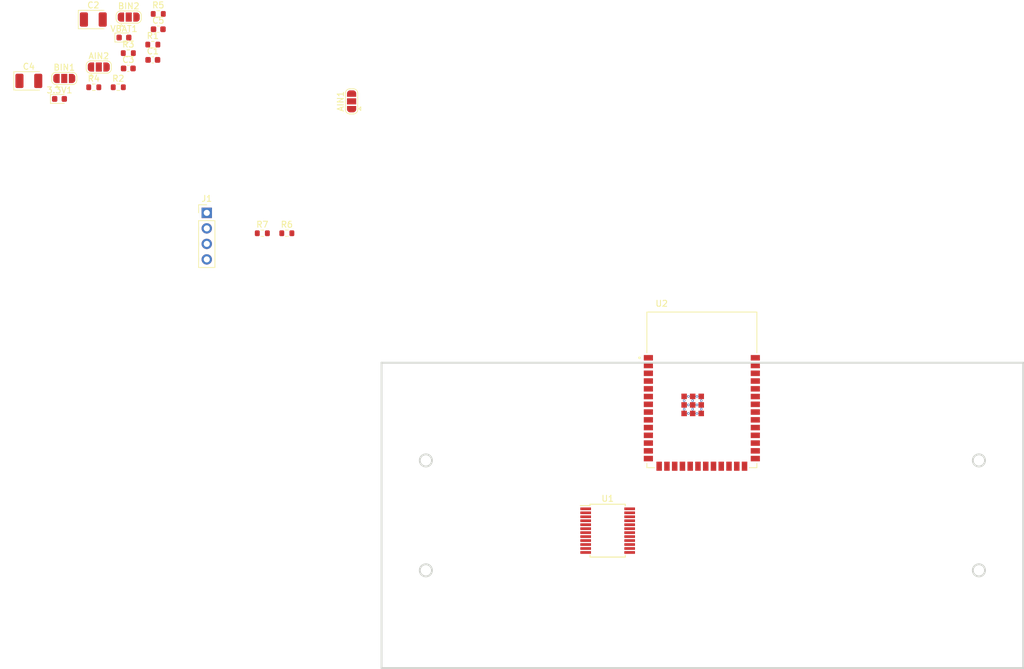
<source format=kicad_pcb>
(kicad_pcb (version 20211014) (generator pcbnew)
  (layers (0 "F.Cu" signal) (31 "B.Cu" signal) (34 "B.Paste" user) (35 "F.Paste" user) (36 "B.SilkS" user "B.Silkscreen") (37 "F.SilkS" user "F.Silkscreen") (38 "B.Mask" user) (39 "F.Mask" user) (44 "Edge.Cuts" user))
  (net 0 "")
  (net 1 "GND")
  (net 2 "Net-(3.3V1-Pad2)")
  (net 3 "+3.3V")
  (net 4 "AIN1")
  (net 5 "AIN2")
  (net 6 "BIN1")
  (net 7 "BIN2")
  (net 8 "+BATT")
  (net 9 "EN")
  (net 10 "Net-(VBAT1-Pad2)")
  (net 11 "BUTTON")
  (net 12 "IO0")
  (net 13 "AO1")
  (net 14 "AO2")
  (net 15 "BO2")
  (net 16 "BO1")
  (net 17 "PWMB")
  (net 18 "PWMA")
  (net 35 "OK")
  (net 36 "RX")
  (net 37 "TX")
  (net 39 "V_BAT")
  (net 40 "NIE")
  (footprint "Package_SO:SSOP-24_5.3x8.2mm_P0.65mm" (layer "F.Cu") (at 132.6 111.1)
    (fp_text reference "U1" (at 0 -5.25) (layer "F.SilkS"))
    (fp_text value "TB6612FNG")
    (fp_line (start -2.875 -4.325) (end -2.875 -4.1) (layer "F.SilkS") (width 0.15))
    (fp_line (start 2.875 4.325) (end 2.875 4.025) (layer "F.SilkS") (width 0.15))
    (fp_line (start -2.875 -4.1) (end -4.475 -4.1) (layer "F.SilkS") (width 0.15))
    (fp_line (start 2.875 -4.325) (end 2.875 -4.025) (layer "F.SilkS") (width 0.15))
    (fp_line (start -2.875 4.325) (end 2.875 4.325) (layer "F.SilkS") (width 0.15))
    (fp_line (start -2.875 4.325) (end -2.875 4.025) (layer "F.SilkS") (width 0.15))
    (fp_line (start -2.875 -4.325) (end 2.875 -4.325) (layer "F.SilkS") (width 0.15))
    (pad "1" smd rect (at -3.6 -3.575) (size 1.75 0.45) (layers "F.Cu" "F.Paste" "F.Mask") (net 13 "AO1"))
    (pad "2" smd rect (at -3.6 -2.925) (size 1.75 0.45) (layers "F.Cu" "F.Paste" "F.Mask") (net 13 "AO1"))
    (pad "3" smd rect (at -3.6 -2.275) (size 1.75 0.45) (layers "F.Cu" "F.Paste" "F.Mask") (net 1 "GND"))
    (pad "4" smd rect (at -3.6 -1.625) (size 1.75 0.45) (layers "F.Cu" "F.Paste" "F.Mask") (net 1 "GND"))
    (pad "5" smd rect (at -3.6 -0.975) (size 1.75 0.45) (layers "F.Cu" "F.Paste" "F.Mask") (net 14 "AO2"))
    (pad "6" smd rect (at -3.6 -0.325) (size 1.75 0.45) (layers "F.Cu" "F.Paste" "F.Mask") (net 14 "AO2"))
    (pad "7" smd rect (at -3.6 0.325) (size 1.75 0.45) (layers "F.Cu" "F.Paste" "F.Mask") (net 15 "BO2"))
    (pad "8" smd rect (at -3.6 0.975) (size 1.75 0.45) (layers "F.Cu" "F.Paste" "F.Mask") (net 15 "BO2"))
    (pad "9" smd rect (at -3.6 1.625) (size 1.75 0.45) (layers "F.Cu" "F.Paste" "F.Mask") (net 1 "GND"))
    (pad "10" smd rect (at -3.6 2.275) (size 1.75 0.45) (layers "F.Cu" "F.Paste" "F.Mask") (net 1 "GND"))
    (pad "11" smd rect (at -3.6 2.925) (size 1.75 0.45) (layers "F.Cu" "F.Paste" "F.Mask") (net 16 "BO1"))
    (pad "12" smd rect (at -3.6 3.575) (size 1.75 0.45) (layers "F.Cu" "F.Paste" "F.Mask") (net 16 "BO1"))
    (pad "13" smd rect (at 3.6 3.575) (size 1.75 0.45) (layers "F.Cu" "F.Paste" "F.Mask") (net 8 "+BATT"))
    (pad "14" smd rect (at 3.6 2.925) (size 1.75 0.45) (layers "F.Cu" "F.Paste" "F.Mask") (net 8 "+BATT"))
    (pad "15" smd rect (at 3.6 2.275) (size 1.75 0.45) (layers "F.Cu" "F.Paste" "F.Mask") (net 17 "PWMB"))
    (pad "16" smd rect (at 3.6 1.625) (size 1.75 0.45) (layers "F.Cu" "F.Paste" "F.Mask") (net 7 "BIN2"))
    (pad "17" smd rect (at 3.6 0.975) (size 1.75 0.45) (layers "F.Cu" "F.Paste" "F.Mask") (net 6 "BIN1"))
    (pad "18" smd rect (at 3.6 0.325) (size 1.75 0.45) (layers "F.Cu" "F.Paste" "F.Mask") (net 1 "GND"))
    (pad "19" smd rect (at 3.6 -0.325) (size 1.75 0.45) (layers "F.Cu" "F.Paste" "F.Mask") (net 3 "+3.3V"))
    (pad "20" smd rect (at 3.6 -0.975) (size 1.75 0.45) (layers "F.Cu" "F.Paste" "F.Mask") (net 3 "+3.3V"))
    (pad "21" smd rect (at 3.6 -1.625) (size 1.75 0.45) (layers "F.Cu" "F.Paste" "F.Mask") (net 4 "AIN1"))
    (pad "22" smd rect (at 3.6 -2.275) (size 1.75 0.45) (layers "F.Cu" "F.Paste" "F.Mask") (net 5 "AIN2"))
    (pad "23" smd rect (at 3.6 -2.925) (size 1.75 0.45) (layers "F.Cu" "F.Paste" "F.Mask") (net 18 "PWMA"))
    (pad "24" smd rect (at 3.6 -3.575) (size 1.75 0.45) (layers "F.Cu" "F.Paste" "F.Mask") (net 8 "+BATT"))
  )
  (footprint "Resistor_SMD:R_0603_1608Metric" (layer "F.Cu") (at 80.1 62.4)
    (fp_text reference "R6" (at 0 -1.43) (layer "F.SilkS"))
    (fp_text value "10K")
    (fp_line (start -0.237258 0.5225) (end 0.237258 0.5225) (layer "F.SilkS") (width 0.12))
    (fp_line (start -0.237258 -0.5225) (end 0.237258 -0.5225) (layer "F.SilkS") (width 0.12))
    (pad "1" smd roundrect (at -0.825 0) (size 0.8 0.95) (layers "F.Cu" "F.Paste" "F.Mask") (net 8 "+BATT"))
    (pad "2" smd roundrect (at 0.825 0) (size 0.8 0.95) (layers "F.Cu" "F.Paste" "F.Mask") (net 39 "V_BAT"))
  )
  (footprint "Resistor_SMD:R_0603_1608Metric" (layer "F.Cu") (at 59.06 26.48)
    (fp_text reference "R5" (at 0 -1.43) (layer "F.SilkS"))
    (fp_text value "10K")
    (fp_line (start -0.237258 0.5225) (end 0.237258 0.5225) (layer "F.SilkS") (width 0.12))
    (fp_line (start -0.237258 -0.5225) (end 0.237258 -0.5225) (layer "F.SilkS") (width 0.12))
    (pad "1" smd roundrect (at -0.825 0) (size 0.8 0.95) (layers "F.Cu" "F.Paste" "F.Mask") (net 3 "+3.3V"))
    (pad "2" smd roundrect (at 0.825 0) (size 0.8 0.95) (layers "F.Cu" "F.Paste" "F.Mask") (net 12 "IO0"))
  )
  (footprint "Connector_PinHeader_2.54mm:PinHeader_1x04_P2.54mm_Vertical" (layer "F.Cu") (at 67 59.06)
    (fp_text reference "J1" (at 0 -2.33) (layer "F.SilkS"))
    (fp_text value "Conn_01x04_Male")
    (fp_line (start -1.33 0) (end -1.33 -1.33) (layer "F.SilkS") (width 0.12))
    (fp_line (start -1.33 -1.33) (end 0 -1.33) (layer "F.SilkS") (width 0.12))
    (fp_line (start 1.33 1.27) (end 1.33 8.95) (layer "F.SilkS") (width 0.12))
    (fp_line (start -1.33 1.27) (end -1.33 8.95) (layer "F.SilkS") (width 0.12))
    (fp_line (start -1.33 1.27) (end 1.33 1.27) (layer "F.SilkS") (width 0.12))
    (fp_line (start -1.33 8.95) (end 1.33 8.95) (layer "F.SilkS") (width 0.12))
    (pad "1" thru_hole rect (at 0 0) (size 1.7 1.7) (drill 1) (layers *.Cu *.Mask) (net 1 "GND"))
    (pad "2" thru_hole oval (at 0 2.54) (size 1.7 1.7) (drill 1) (layers *.Cu *.Mask) (net 37 "TX"))
    (pad "3" thru_hole oval (at 0 5.08) (size 1.7 1.7) (drill 1) (layers *.Cu *.Mask) (net 36 "RX"))
    (pad "4" thru_hole oval (at 0 7.62) (size 1.7 1.7) (drill 1) (layers *.Cu *.Mask) (net 3 "+3.3V"))
  )
  (footprint "Capacitor_SMD:C_0603_1608Metric" (layer "F.Cu") (at 58.17 34.01)
    (fp_text reference "C1" (at 0 -1.43) (layer "F.SilkS"))
    (fp_text value "0.1uF")
    (fp_line (start -0.14058 0.51) (end 0.14058 0.51) (layer "F.SilkS") (width 0.12))
    (fp_line (start -0.14058 -0.51) (end 0.14058 -0.51) (layer "F.SilkS") (width 0.12))
    (pad "1" smd roundrect (at -0.775 0) (size 0.9 0.95) (layers "F.Cu" "F.Paste" "F.Mask") (net 3 "+3.3V"))
    (pad "2" smd roundrect (at 0.775 0) (size 0.9 0.95) (layers "F.Cu" "F.Paste" "F.Mask") (net 1 "GND"))
  )
  (footprint "Jumper:SolderJumper-3_P1.3mm_Open_RoundedPad1.0x1.5mm" (layer "F.Cu") (at 54.23 27)
    (fp_text reference "BIN2" (at 0 -1.8) (layer "F.SilkS"))
    (fp_text value "SolderJumper_3_Open")
    (fp_line (start 2.05 -0.3) (end 2.05 0.3) (layer "F.SilkS") (width 0.12))
    (fp_line (start 1.4 1) (end -1.4 1) (layer "F.SilkS") (width 0.12))
    (fp_line (start -1.2 1.2) (end -0.9 1.5) (layer "F.SilkS") (width 0.12))
    (fp_line (start -1.5 1.5) (end -0.9 1.5) (layer "F.SilkS") (width 0.12))
    (fp_line (start -1.2 1.2) (end -1.5 1.5) (layer "F.SilkS") (width 0.12))
    (fp_line (start -2.05 0.3) (end -2.05 -0.3) (layer "F.SilkS") (width 0.12))
    (fp_line (start -1.4 -1) (end 1.4 -1) (layer "F.SilkS") (width 0.12))
    (fp_arc (start 2.05 0.3) (mid 1.844975 0.794975) (end 1.35 1) (layer "F.SilkS") (width 0.12))
    (fp_arc (start -2.05 -0.3) (mid -1.844975 -0.794975) (end -1.35 -1) (layer "F.SilkS") (width 0.12))
    (fp_arc (start -1.35 1) (mid -1.844975 0.794975) (end -2.05 0.3) (layer "F.SilkS") (width 0.12))
    (fp_arc (start 1.35 -1) (mid 1.844975 -0.794975) (end 2.05 -0.3) (layer "F.SilkS") (width 0.12))
    (pad "1" smd custom (at -1.3 0) (size 1 0.5) (layers "F.Cu" "F.Mask") (net 3 "+3.3V") (options (clearance outline) (anchor rect)) (primitives (gr_circle (center 0 0.25) (end 0.5 0.25) (width 0) (fill yes)) (gr_circle (center 0 -0.25) (end 0.5 -0.25) (width 0) (fill yes)) (gr_poly (pts (xy 0.55 0.75) (xy 0 0.75) (xy 0 -0.75) (xy 0.55 -0.75)) (width 0) (fill yes))))
    (pad "2" smd rect (at 0 0) (size 1 1.5) (layers "F.Cu" "F.Mask") (net 7 "BIN2"))
    (pad "3" smd custom (at 1.3 0) (size 1 0.5) (layers "F.Cu" "F.Mask") (net 1 "GND") (options (clearance outline) (anchor rect)) (primitives (gr_circle (center 0 0.25) (end 0.5 0.25) (width 0) (fill yes)) (gr_circle (center 0 -0.25) (end 0.5 -0.25) (width 0) (fill yes)) (gr_poly (pts (xy 0 0.75) (xy -0.55 0.75) (xy -0.55 -0.75) (xy 0 -0.75)) (width 0) (fill yes))))
  )
  (footprint "Capacitor_SMD:C_0603_1608Metric" (layer "F.Cu") (at 59.06 28.99)
    (fp_text reference "C5" (at 0 -1.43) (layer "F.SilkS"))
    (fp_text value "0.1uF")
    (fp_line (start -0.14058 0.51) (end 0.14058 0.51) (layer "F.SilkS") (width 0.12))
    (fp_line (start -0.14058 -0.51) (end 0.14058 -0.51) (layer "F.SilkS") (width 0.12))
    (pad "1" smd roundrect (at -0.775 0) (size 0.9 0.95) (layers "F.Cu" "F.Paste" "F.Mask") (net 1 "GND"))
    (pad "2" smd roundrect (at 0.775 0) (size 0.9 0.95) (layers "F.Cu" "F.Paste" "F.Mask") (net 9 "EN"))
  )
  (footprint "Capacitor_Tantalum_SMD:CP_EIA-3528-21_Kemet-B" (layer "F.Cu") (at 48.435 27.4)
    (fp_text reference "C2" (at 0 -2.35) (layer "F.SilkS"))
    (fp_text value ">10uF/3.3V")
    (fp_line (start 1.75 -1.51) (end -2.46 -1.51) (layer "F.SilkS") (width 0.12))
    (fp_line (start -2.46 1.51) (end 1.75 1.51) (layer "F.SilkS") (width 0.12))
    (fp_line (start -2.46 -1.51) (end -2.46 1.51) (layer "F.SilkS") (width 0.12))
    (pad "1" smd roundrect (at -1.5375 0) (size 1.325 2.35) (layers "F.Cu" "F.Paste" "F.Mask") (roundrect_rratio 0.188679) (net 3 "+3.3V"))
    (pad "2" smd roundrect (at 1.5375 0) (size 1.325 2.35) (layers "F.Cu" "F.Paste" "F.Mask") (roundrect_rratio 0.188679) (net 1 "GND"))
  )
  (footprint "Capacitor_Tantalum_SMD:CP_EIA-3528-21_Kemet-B" (layer "F.Cu") (at 37.885 37.45)
    (fp_text reference "C4" (at 0 -2.35) (layer "F.SilkS"))
    (fp_text value ">10uF/8.4V")
    (fp_line (start -2.46 1.51) (end 1.75 1.51) (layer "F.SilkS") (width 0.12))
    (fp_line (start -2.46 -1.51) (end -2.46 1.51) (layer "F.SilkS") (width 0.12))
    (fp_line (start 1.75 -1.51) (end -2.46 -1.51) (layer "F.SilkS") (width 0.12))
    (pad "1" smd roundrect (at -1.5375 0) (size 1.325 2.35) (layers "F.Cu" "F.Paste" "F.Mask") (roundrect_rratio 0.188679) (net 8 "+BATT"))
    (pad "2" smd roundrect (at 1.5375 0) (size 1.325 2.35) (layers "F.Cu" "F.Paste" "F.Mask") (roundrect_rratio 0.188679) (net 1 "GND"))
  )
  (footprint "Resistor_SMD:R_0603_1608Metric" (layer "F.Cu") (at 54.16 32.9)
    (fp_text reference "R3" (at 0 -1.43) (layer "F.SilkS"))
    (fp_text value "10K")
    (fp_line (start -0.237258 -0.5225) (end 0.237258 -0.5225) (layer "F.SilkS") (width 0.12))
    (fp_line (start -0.237258 0.5225) (end 0.237258 0.5225) (layer "F.SilkS") (width 0.12))
    (pad "1" smd roundrect (at -0.825 0) (size 0.8 0.95) (layers "F.Cu" "F.Paste" "F.Mask") (net 3 "+3.3V"))
    (pad "2" smd roundrect (at 0.825 0) (size 0.8 0.95) (layers "F.Cu" "F.Paste" "F.Mask") (net 11 "BUTTON"))
  )
  (footprint "Resistor_SMD:R_0603_1608Metric" (layer "F.Cu") (at 58.17 31.5)
    (fp_text reference "R1" (at 0 -1.43) (layer "F.SilkS"))
    (fp_text value "220")
    (fp_line (start -0.237258 0.5225) (end 0.237258 0.5225) (layer "F.SilkS") (width 0.12))
    (fp_line (start -0.237258 -0.5225) (end 0.237258 -0.5225) (layer "F.SilkS") (width 0.12))
    (pad "1" smd roundrect (at -0.825 0) (size 0.8 0.95) (layers "F.Cu" "F.Paste" "F.Mask") (net 3 "+3.3V"))
    (pad "2" smd roundrect (at 0.825 0) (size 0.8 0.95) (layers "F.Cu" "F.Paste" "F.Mask") (net 2 "Net-(3.3V1-Pad2)"))
  )
  (footprint "LED_SMD:LED_0603_1608Metric" (layer "F.Cu") (at 53.45 30.35)
    (fp_text reference "VBAT1" (at 0 -1.43) (layer "F.SilkS"))
    (fp_text value "LED")
    (fp_line (start -1.485 0.735) (end 0.8 0.735) (layer "F.SilkS") (width 0.12))
    (fp_line (start 0.8 -0.735) (end -1.485 -0.735) (layer "F.SilkS") (width 0.12))
    (fp_line (start -1.485 -0.735) (end -1.485 0.735) (layer "F.SilkS") (width 0.12))
    (pad "1" smd roundrect (at -0.7875 0) (size 0.875 0.95) (layers "F.Cu" "F.Paste" "F.Mask") (net 1 "GND"))
    (pad "2" smd roundrect (at 0.7875 0) (size 0.875 0.95) (layers "F.Cu" "F.Paste" "F.Mask") (net 10 "Net-(VBAT1-Pad2)"))
  )
  (footprint "Resistor_SMD:R_0603_1608Metric" (layer "F.Cu") (at 52.52 38.49)
    (fp_text reference "R2" (at 0 -1.43) (layer "F.SilkS"))
    (fp_text value "1K")
    (fp_line (start -0.237258 -0.5225) (end 0.237258 -0.5225) (layer "F.SilkS") (width 0.12))
    (fp_line (start -0.237258 0.5225) (end 0.237258 0.5225) (layer "F.SilkS") (width 0.12))
    (pad "1" smd roundrect (at -0.825 0) (size 0.8 0.95) (layers "F.Cu" "F.Paste" "F.Mask") (net 3 "+3.3V"))
    (pad "2" smd roundrect (at 0.825 0) (size 0.8 0.95) (layers "F.Cu" "F.Paste" "F.Mask") (net 10 "Net-(VBAT1-Pad2)"))
  )
  (footprint "Jumper:SolderJumper-3_P1.3mm_Open_RoundedPad1.0x1.5mm" (layer "F.Cu") (at 43.68 37.05)
    (fp_text reference "BIN1" (at 0 -1.8) (layer "F.SilkS"))
    (fp_text value "SolderJumper_3_Open")
    (fp_line (start -2.05 0.3) (end -2.05 -0.3) (layer "F.SilkS") (width 0.12))
    (fp_line (start -1.4 -1) (end 1.4 -1) (layer "F.SilkS") (width 0.12))
    (fp_line (start -1.2 1.2) (end -0.9 1.5) (layer "F.SilkS") (width 0.12))
    (fp_line (start 1.4 1) (end -1.4 1) (layer "F.SilkS") (width 0.12))
    (fp_line (start 2.05 -0.3) (end 2.05 0.3) (layer "F.SilkS") (width 0.12))
    (fp_line (start -1.2 1.2) (end -1.5 1.5) (layer "F.SilkS") (width 0.12))
    (fp_line (start -1.5 1.5) (end -0.9 1.5) (layer "F.SilkS") (width 0.12))
    (fp_arc (start 1.35 -1) (mid 1.844975 -0.794975) (end 2.05 -0.3) (layer "F.SilkS") (width 0.12))
    (fp_arc (start -2.05 -0.3) (mid -1.844975 -0.794975) (end -1.35 -1) (layer "F.SilkS") (width 0.12))
    (fp_arc (start -1.35 1) (mid -1.844975 0.794975) (end -2.05 0.3) (layer "F.SilkS") (width 0.12))
    (fp_arc (start 2.05 0.3) (mid 1.844975 0.794975) (end 1.35 1) (layer "F.SilkS") (width 0.12))
    (pad "1" smd custom (at -1.3 0) (size 1 0.5) (layers "F.Cu" "F.Mask") (net 3 "+3.3V") (options (clearance outline) (anchor rect)) (primitives (gr_circle (center 0 0.25) (end 0.5 0.25) (width 0) (fill yes)) (gr_circle (center 0 -0.25) (end 0.5 -0.25) (width 0) (fill yes)) (gr_poly (pts (xy 0.55 0.75) (xy 0 0.75) (xy 0 -0.75) (xy 0.55 -0.75)) (width 0) (fill yes))))
    (pad "2" smd rect (at 0 0) (size 1 1.5) (layers "F.Cu" "F.Mask") (net 6 "BIN1"))
    (pad "3" smd custom (at 1.3 0) (size 1 0.5) (layers "F.Cu" "F.Mask") (net 1 "GND") (options (clearance outline) (anchor rect)) (primitives (gr_circle (center 0 0.25) (end 0.5 0.25) (width 0) (fill yes)) (gr_circle (center 0 -0.25) (end 0.5 -0.25) (width 0) (fill yes)) (gr_poly (pts (xy 0 0.75) (xy -0.55 0.75) (xy -0.55 -0.75) (xy 0 -0.75)) (width 0) (fill yes))))
  )
  (footprint "Capacitor_SMD:C_0603_1608Metric" (layer "F.Cu") (at 54.16 35.41)
    (fp_text reference "C3" (at 0 -1.43) (layer "F.SilkS"))
    (fp_text value "0.1uF")
    (fp_line (start -0.14058 0.51) (end 0.14058 0.51) (layer "F.SilkS") (width 0.12))
    (fp_line (start -0.14058 -0.51) (end 0.14058 -0.51) (layer "F.SilkS") (width 0.12))
    (pad "1" smd roundrect (at -0.775 0) (size 0.9 0.95) (layers "F.Cu" "F.Paste" "F.Mask") (net 8 "+BATT"))
    (pad "2" smd roundrect (at 0.775 0) (size 0.9 0.95) (layers "F.Cu" "F.Paste" "F.Mask") (net 1 "GND"))
  )
  (footprint "Jumper:SolderJumper-3_P1.3mm_Open_RoundedPad1.0x1.5mm" (layer "F.Cu") (at 49.33 35.18)
    (fp_text reference "AIN2" (at 0 -1.8) (layer "F.SilkS"))
    (fp_text value "SolderJumper_3_Open")
    (fp_line (start -1.4 -1) (end 1.4 -1) (layer "F.SilkS") (width 0.12))
    (fp_line (start 1.4 1) (end -1.4 1) (layer "F.SilkS") (width 0.12))
    (fp_line (start -2.05 0.3) (end -2.05 -0.3) (layer "F.SilkS") (width 0.12))
    (fp_line (start -1.5 1.5) (end -0.9 1.5) (layer "F.SilkS") (width 0.12))
    (fp_line (start -1.2 1.2) (end -0.9 1.5) (layer "F.SilkS") (width 0.12))
    (fp_line (start -1.2 1.2) (end -1.5 1.5) (layer "F.SilkS") (width 0.12))
    (fp_line (start 2.05 -0.3) (end 2.05 0.3) (layer "F.SilkS") (width 0.12))
    (fp_arc (start -1.35 1) (mid -1.844975 0.794975) (end -2.05 0.3) (layer "F.SilkS") (width 0.12))
    (fp_arc (start -2.05 -0.3) (mid -1.844975 -0.794975) (end -1.35 -1) (layer "F.SilkS") (width 0.12))
    (fp_arc (start 1.35 -1) (mid 1.844975 -0.794975) (end 2.05 -0.3) (layer "F.SilkS") (width 0.12))
    (fp_arc (start 2.05 0.3) (mid 1.844975 0.794975) (end 1.35 1) (layer "F.SilkS") (width 0.12))
    (pad "1" smd custom (at -1.3 0) (size 1 0.5) (layers "F.Cu" "F.Mask") (net 3 "+3.3V") (options (clearance outline) (anchor rect)) (primitives (gr_circle (center 0 0.25) (end 0.5 0.25) (width 0) (fill yes)) (gr_circle (center 0 -0.25) (end 0.5 -0.25) (width 0) (fill yes)) (gr_poly (pts (xy 0.55 0.75) (xy 0 0.75) (xy 0 -0.75) (xy 0.55 -0.75)) (width 0) (fill yes))))
    (pad "2" smd rect (at 0 0) (size 1 1.5) (layers "F.Cu" "F.Mask") (net 5 "AIN2"))
    (pad "3" smd custom (at 1.3 0) (size 1 0.5) (layers "F.Cu" "F.Mask") (net 1 "GND") (options (clearance outline) (anchor rect)) (primitives (gr_circle (center 0 0.25) (end 0.5 0.25) (width 0) (fill yes)) (gr_circle (center 0 -0.25) (end 0.5 -0.25) (width 0) (fill yes)) (gr_poly (pts (xy 0 0.75) (xy -0.55 0.75) (xy -0.55 -0.75) (xy 0 -0.75)) (width 0) (fill yes))))
  )
  (footprint "Resistor_SMD:R_0603_1608Metric" (layer "F.Cu") (at 48.51 38.49)
    (fp_text reference "R4" (at 0 -1.43) (layer "F.SilkS"))
    (fp_text value "10K")
    (fp_line (start -0.237258 -0.5225) (end 0.237258 -0.5225) (layer "F.SilkS") (width 0.12))
    (fp_line (start -0.237258 0.5225) (end 0.237258 0.5225) (layer "F.SilkS") (width 0.12))
    (pad "1" smd roundrect (at -0.825 0) (size 0.8 0.95) (layers "F.Cu" "F.Paste" "F.Mask") (net 3 "+3.3V"))
    (pad "2" smd roundrect (at 0.825 0) (size 0.8 0.95) (layers "F.Cu" "F.Paste" "F.Mask") (net 9 "EN"))
  )
  (footprint "Resistor_SMD:R_0603_1608Metric" (layer "F.Cu") (at 76.09 62.4)
    (fp_text reference "R7" (at 0 -1.43) (layer "F.SilkS"))
    (fp_text value "10K")
    (fp_line (start -0.237258 0.5225) (end 0.237258 0.5225) (layer "F.SilkS") (width 0.12))
    (fp_line (start -0.237258 -0.5225) (end 0.237258 -0.5225) (layer "F.SilkS") (width 0.12))
    (pad "1" smd roundrect (at -0.825 0) (size 0.8 0.95) (layers "F.Cu" "F.Paste" "F.Mask") (net 39 "V_BAT"))
    (pad "2" smd roundrect (at 0.825 0) (size 0.8 0.95) (layers "F.Cu" "F.Paste" "F.Mask") (net 1 "GND"))
  )
  (footprint "Jumper:SolderJumper-3_P1.3mm_Open_RoundedPad1.0x1.5mm" (layer "F.Cu") (at 90.7 40.8 90)
    (fp_text reference "AIN1" (at 0 -1.8 90) (layer "F.SilkS"))
    (fp_text value "SolderJumper_3_Open")
    (fp_line (start -2.05 0.3) (end -2.05 -0.3) (layer "F.SilkS") (width 0.12))
    (fp_line (start -1.2 1.2) (end -1.5 1.5) (layer "F.SilkS") (width 0.12))
    (fp_line (start -1.5 1.5) (end -0.9 1.5) (layer "F.SilkS") (width 0.12))
    (fp_line (start -1.2 1.2) (end -0.9 1.5) (layer "F.SilkS") (width 0.12))
    (fp_line (start 1.4 1) (end -1.4 1) (layer "F.SilkS") (width 0.12))
    (fp_line (start -1.4 -1) (end 1.4 -1) (layer "F.SilkS") (width 0.12))
    (fp_line (start 2.05 -0.3) (end 2.05 0.3) (layer "F.SilkS") (width 0.12))
    (fp_arc (start -2.05 -0.3) (mid -1.844975 -0.794975) (end -1.35 -1) (layer "F.SilkS") (width 0.12))
    (fp_arc (start 2.05 0.3) (mid 1.844975 0.794975) (end 1.35 1) (layer "F.SilkS") (width 0.12))
    (fp_arc (start 1.35 -1) (mid 1.844975 -0.794975) (end 2.05 -0.3) (layer "F.SilkS") (width 0.12))
    (fp_arc (start -1.35 1) (mid -1.844975 0.794975) (end -2.05 0.3) (layer "F.SilkS") (width 0.12))
    (pad "1" smd custom (at -1.3 0 90) (size 1 0.5) (layers "F.Cu" "F.Mask") (net 3 "+3.3V") (options (clearance outline) (anchor rect)) (primitives (gr_circle (center 0 0.25) (end 0.5 0.25) (width 0) (fill yes)) (gr_circle (center 0 -0.25) (end 0.5 -0.25) (width 0) (fill yes)) (gr_poly (pts (xy 0.55 0.75) (xy 0 0.75) (xy 0 -0.75) (xy 0.55 -0.75)) (width 0) (fill yes))))
    (pad "2" smd rect (at 0 0 90) (size 1 1.5) (layers "F.Cu" "F.Mask") (net 4 "AIN1"))
    (pad "3" smd custom (at 1.3 0 90) (size 1 0.5) (layers "F.Cu" "F.Mask") (net 1 "GND") (options (clearance outline) (anchor rect)) (primitives (gr_circle (center 0 0.25) (end 0.5 0.25) (width 0) (fill yes)) (gr_circle (center 0 -0.25) (end 0.5 -0.25) (width 0) (fill yes)) (gr_poly (pts (xy 0 0.75) (xy -0.55 0.75) (xy -0.55 -0.75) (xy 0 -0.75)) (width 0) (fill yes))))
  )
  (footprint "ESP32-S3-WROOM-1-N8R8:XCVR_ESP32S3WROOM1N8R8" (layer "F.Cu") (at 148.0125 88.05)
    (fp_text reference "U2" (at -6.575 -14.135) (layer "F.SilkS"))
    (fp_text value "ESP32-S3-WROOM-1-N8R8")
    (fp_line (start -9 -12.75) (end 9 -12.75) (layer "F.SilkS") (width 0.127))
    (fp_line (start 9 12.75) (end 7.755 12.75) (layer "F.SilkS") (width 0.127))
    (fp_line (start -9 12.75) (end -7.755 12.75) (layer "F.SilkS") (width 0.127))
    (fp_line (start 9 -12.75) (end 9 -6.03) (layer "F.SilkS") (width 0.127))
    (fp_line (start 9 12.02) (end 9 12.75) (layer "F.SilkS") (width 0.127))
    (fp_line (start -9 -6.03) (end -9 -12.75) (layer "F.SilkS") (width 0.127))
    (fp_line (start -9 12.02) (end -9 12.75) (layer "F.SilkS") (width 0.127))
    (fp_circle (center -10.2 -5.26) (end -10.1 -5.26) (layer "F.SilkS") (width 0.2) (fill none))
    (pad "1" smd rect locked (at -8.75 -5.26) (size 1.5 0.9) (layers "F.Cu" "F.Paste" "F.Mask") (net 1 "GND"))
    (pad "2" smd rect locked (at -8.75 -3.99) (size 1.5 0.9) (layers "F.Cu" "F.Paste" "F.Mask") (net 3 "+3.3V"))
    (pad "3" smd rect locked (at -8.75 -2.72) (size 1.5 0.9) (layers "F.Cu" "F.Paste" "F.Mask") (net 9 "EN"))
    (pad "4" smd rect locked (at -8.75 -1.45) (size 1.5 0.9) (layers "F.Cu" "F.Paste" "F.Mask"))
    (pad "5" smd rect locked (at -8.75 -0.18) (size 1.5 0.9) (layers "F.Cu" "F.Paste" "F.Mask"))
    (pad "6" smd rect locked (at -8.75 1.09) (size 1.5 0.9) (layers "F.Cu" "F.Paste" "F.Mask"))
    (pad "7" smd rect locked (at -8.75 2.36) (size 1.5 0.9) (layers "F.Cu" "F.Paste" "F.Mask"))
    (pad "8" smd rect locked (at -8.75 3.63) (size 1.5 0.9) (layers "F.Cu" "F.Paste" "F.Mask"))
    (pad "9" smd rect locked (at -8.75 4.9) (size 1.5 0.9) (layers "F.Cu" "F.Paste" "F.Mask"))
    (pad "10" smd rect locked (at -8.75 6.17) (size 1.5 0.9) (layers "F.Cu" "F.Paste" "F.Mask"))
    (pad "11" smd rect locked (at -8.75 7.44) (size 1.5 0.9) (layers "F.Cu" "F.Paste" "F.Mask"))
    (pad "12" smd rect locked (at -8.75 8.71) (size 1.5 0.9) (layers "F.Cu" "F.Paste" "F.Mask"))
    (pad "13" smd rect locked (at -8.75 9.98) (size 1.5 0.9) (layers "F.Cu" "F.Paste" "F.Mask"))
    (pad "14" smd rect locked (at -8.75 11.25) (size 1.5 0.9) (layers "F.Cu" "F.Paste" "F.Mask"))
    (pad "15" smd rect locked (at -6.985 12.5) (size 0.9 1.5) (layers "F.Cu" "F.Paste" "F.Mask"))
    (pad "16" smd rect locked (at -5.715 12.5) (size 0.9 1.5) (layers "F.Cu" "F.Paste" "F.Mask") (net 40 "NIE"))
    (pad "17" smd rect locked (at -4.445 12.5) (size 0.9 1.5) (layers "F.Cu" "F.Paste" "F.Mask"))
    (pad "18" smd rect locked (at -3.175 12.5) (size 0.9 1.5) (layers "F.Cu" "F.Paste" "F.Mask"))
    (pad "19" smd rect locked (at -1.905 12.5) (size 0.9 1.5) (layers "F.Cu" "F.Paste" "F.Mask"))
    (pad "20" smd rect locked (at -0.635 12.5) (size 0.9 1.5) (layers "F.Cu" "F.Paste" "F.Mask"))
    (pad "21" smd rect locked (at 0.635 12.5) (size 0.9 1.5) (layers "F.Cu" "F.Paste" "F.Mask"))
    (pad "22" smd rect locked (at 1.905 12.5) (size 0.9 1.5) (layers "F.Cu" "F.Paste" "F.Mask"))
    (pad "23" smd rect locked (at 3.175 12.5) (size 0.9 1.5) (layers "F.Cu" "F.Paste" "F.Mask"))
    (pad "24" smd rect locked (at 4.445 12.5) (size 0.9 1.5) (layers "F.Cu" "F.Paste" "F.Mask") (net 35 "OK"))
    (pad "25" smd rect locked (at 5.715 12.5) (size 0.9 1.5) (layers "F.Cu" "F.Paste" "F.Mask") (net 35 "OK"))
    (pad "26" smd rect locked (at 6.985 12.5) (size 0.9 1.5) (layers "F.Cu" "F.Paste" "F.Mask") (net 40 "NIE"))
    (pad "27" smd rect locked (at 8.75 11.25) (size 1.5 0.9) (layers "F.Cu" "F.Paste" "F.Mask") (net 12 "IO0"))
    (pad "28" smd rect locked (at 8.75 9.98) (size 1.5 0.9) (layers "F.Cu" "F.Paste" "F.Mask"))
    (pad "29" smd rect locked (at 8.75 8.71) (size 1.5 0.9) (layers "F.Cu" "F.Paste" "F.Mask"))
    (pad "30" smd rect locked (at 8.75 7.44) (size 1.5 0.9) (layers "F.Cu" "F.Paste" "F.Mask"))
    (pad "31" smd rect locked (at 8.75 6.17) (size 1.5 0.9) (layers "F.Cu" "F.Paste" "F.Mask"))
    (pad "32" smd rect locked (at 8.75 4.9) (size 1.5 0.9) (layers "F.Cu" "F.Paste" "F.Mask") (net 35 "OK"))
    (pad "33" smd rect locked (at 8.75 3.63) (size 1.5 0.9) (layers "F.Cu" "F.Paste" "F.Mask") (net 35 "OK"))
    (pad "34" smd rect locked (at 8.75 2.36) (size 1.5 0.9) (layers "F.Cu" "F.Paste" "F.Mask") (net 35 "OK"))
    (pad "35" smd rect locked (at 8.75 1.09) (size 1.5 0.9) (layers "F.Cu" "F.Paste" "F.Mask") (net 35 "OK"))
    (pad "36" smd rect locked (at 8.75 -0.18) (size 1.5 0.9) (layers "F.Cu" "F.Paste" "F.Mask") (net 36 "RX"))
    (pad "37" smd rect locked (at 8.75 -1.45) (size 1.5 0.9) (layers "F.Cu" "F.Paste" "F.Mask") (net 37 "TX"))
    (pad "38" smd rect locked (at 8.75 -2.72) (size 1.5 0.9) (layers "F.Cu" "F.Paste" "F.Mask"))
    (pad "39" smd rect locked (at 8.75 -3.99) (size 1.5 0.9) (layers "F.Cu" "F.Paste" "F.Mask") (net 39 "V_BAT"))
    (pad "40" smd rect locked (at 8.75 -5.26) (size 1.5 0.9) (layers "F.Cu" "F.Paste" "F.Mask") (net 1 "GND"))
    (pad "41_1" smd rect locked (at -1.5 2.46) (size 0.9 0.9) (layers "F.Cu" "F.Paste" "F.Mask") (net 1 "GND"))
    (pad "41_2" smd rect locked (at -2.9 2.46) (size 0.9 0.9) (layers "F.Cu" "F.Paste" "F.Mask") (net 1 "GND"))
    (pad "41_3" smd rect locked (at -0.1 2.46) (size 0.9 0.9) (layers "F.Cu" "F.Paste" "F.Mask") (net 1 "GND"))
    (pad "41_4" smd rect locked (at -2.9 3.86) (size 0.9 0.9) (layers "F.Cu" "F.Paste" "F.Mask") (net 1 "GND"))
    (pad "41_5" smd rect locked (at -1.5 3.86) (size 0.9 0.9) (layers "F.Cu" "F.Paste" "F.Mask") (net 1 "GND"))
    (pad "41_6" smd rect locked (at -0.1 3.86) (size 0.9 0.9) (layers "F.Cu" "F.Paste" "F.Mask") (net 1 "GND"))
    (pad "41_7" smd rect locked (at -2.9 1.06) (size 0.9 0.9) (layers "F.Cu" "F.Paste" "F.Mask") (net 1 "GND"))
    (pad "41_8" smd rect locked (at -1.5 1.06) (size 0.9 0.9) (layers "F.Cu" "F.Paste" "F.Mask") (net 1 "GND"))
    (pad "41_9" smd rect locked (at -0.1 1.06) (size 0.9 0.9) (layers "F.Cu" "F.Paste" "F.Mask") (net 1 "GND"))
    (pad "41_10" thru_hole circle locked (at -1.5 1.76) (size 0.4 0.4) (drill 0.2) (layers *.Cu))
    (pad "41_11" thru_hole circle locked (at -2.9 1.76) (size 0.4 0.4) (drill 0.2) (layers *.Cu))
    (pad "41_12" thru_hole circle locked (at -0.1 1.76) (size 0.4 0.4) (drill 0.2) (layers *.Cu))
    (pad "41_13" thru_hole circle locked (at -2.9 3.16) (size 0.4 0.4) (drill 0.2) (layers *.Cu))
    (pad "41_14" thru_hole circle locked (at -1.5 3.16) (size 0.4 0.4) (drill 0.2) (layers *.Cu))
    (pad "41_15" thru_hole circle locked (at -0.1 3.16) (size 0.4 0.4) (drill 0.2) (layers *.Cu))
    (pad "41_16" thru_hole circle locked (at -2.2 1.06) (size 0.4 0.4) (drill 0.2) (layers *.Cu))
    (pad "41_17" thru_hole circle locked (at -0.8 1.06) (size 0.4 0.4) (drill 0.2) (layers *.Cu))
    (pad "41_18" thru_hole circle locked (at -2.2 2.46) (size 0.4 0.4) (drill 0.2) (layers *.Cu))
    (pad "41_19" thru_hole circle locked (at -0.8 2.46) (size 0.4 0.4) (drill 0.2) (layers *.Cu))
    (pad "41_20" thru_hole circle locked (at -2.2 3.86) (size 0.4 0.4) (drill 0.2) (layers *.Cu))
    (pad "41_21" thru_hole circle locked (at -0.8 3.86) (size 0.4 0.4) (drill 0.2) (layers *.Cu))
  )
  (footprint "LED_SMD:LED_0603_1608Metric" (layer "F.Cu") (at 42.9 40.4)
    (fp_text reference "3.3V1" (at 0 -1.43) (layer "F.SilkS"))
    (fp_text value "LED")
    (fp_line (start 0.8 -0.735) (end -1.485 -0.735) (layer "F.SilkS") (width 0.12))
    (fp_line (start -1.485 -0.735) (end -1.485 0.735) (layer "F.SilkS") (width 0.12))
    (fp_line (start -1.485 0.735) (end 0.8 0.735) (layer "F.SilkS") (width 0.12))
    (pad "1" smd roundrect (at -0.7875 0) (size 0.875 0.95) (layers "F.Cu" "F.Paste" "F.Mask") (net 1 "GND"))
    (pad "2" smd roundrect (at 0.7875 0) (size 0.875 0.95) (layers "F.Cu" "F.Paste" "F.Mask") (net 2 "Net-(3.3V1-Pad2)"))
  )
  (gr_circle (center 193.35 99.6) (end 194.35 99.6) (layer "Edge.Cuts") (width 0.3) (fill none))
  (gr_line (start 95.6 133.6) (end 200.6 133.6) (layer "Edge.Cuts") (width 0.3))
  (gr_circle (center 102.85 99.6) (end 103.85 99.6) (layer "Edge.Cuts") (width 0.3) (fill none))
  (gr_circle (center 193.35 117.6) (end 194.35 117.6) (layer "Edge.Cuts") (width 0.3) (fill none))
  (gr_line (start 95.6 83.6) (end 95.6 133.6) (layer "Edge.Cuts") (width 0.3))
  (gr_circle (center 102.85 117.6) (end 103.85 117.6) (layer "Edge.Cuts") (width 0.3) (fill none))
  (gr_line (start 200.6 83.6) (end 95.6 83.6) (layer "Edge.Cuts") (width 0.3))
  (gr_line (start 200.6 133.6) (end 200.6 83.6) (layer "Edge.Cuts") (width 0.3))
)
</source>
